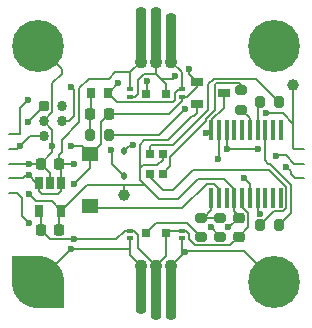
<source format=gtl>
%TF.GenerationSoftware,KiCad,Pcbnew,9.0.2*%
%TF.CreationDate,2026-02-09T05:43:33+00:00*%
%TF.ProjectId,kicad_rgb_module,6b696361-645f-4726-9762-5f6d6f64756c,0.1*%
%TF.SameCoordinates,PX518a060PY47868c0*%
%TF.FileFunction,Copper,L1,Top*%
%TF.FilePolarity,Positive*%
%FSLAX46Y46*%
G04 Gerber Fmt 4.6, Leading zero omitted, Abs format (unit mm)*
G04 Created by KiCad (PCBNEW 9.0.2) date 2026-02-09 05:43:33*
%MOMM*%
%LPD*%
G01*
G04 APERTURE LIST*
G04 Aperture macros list*
%AMRoundRect*
0 Rectangle with rounded corners*
0 $1 Rounding radius*
0 $2 $3 $4 $5 $6 $7 $8 $9 X,Y pos of 4 corners*
0 Add a 4 corners polygon primitive as box body*
4,1,4,$2,$3,$4,$5,$6,$7,$8,$9,$2,$3,0*
0 Add four circle primitives for the rounded corners*
1,1,$1+$1,$2,$3*
1,1,$1+$1,$4,$5*
1,1,$1+$1,$6,$7*
1,1,$1+$1,$8,$9*
0 Add four rect primitives between the rounded corners*
20,1,$1+$1,$2,$3,$4,$5,0*
20,1,$1+$1,$4,$5,$6,$7,0*
20,1,$1+$1,$6,$7,$8,$9,0*
20,1,$1+$1,$8,$9,$2,$3,0*%
%AMFreePoly0*
4,1,31,1.555635,1.555635,1.655822,1.452117,1.831196,1.223566,1.975237,0.974078,2.085481,0.707925,2.160042,0.429659,2.197645,0.144041,2.197645,-0.144041,2.160042,-0.429659,2.085481,-0.707925,1.975237,-0.974078,1.831196,-1.223566,1.655822,-1.452117,1.555635,-1.555635,0.000000,-3.111270,-1.555635,-1.555635,-1.655822,-1.452117,-1.831196,-1.223566,-1.975237,-0.974078,-2.085481,-0.707925,
-2.160042,-0.429659,-2.197645,-0.144041,-2.197645,0.144041,-2.160042,0.429659,-2.085481,0.707925,-1.975237,0.974078,-1.831196,1.223566,-1.655822,1.452117,-1.555635,1.555635,0.000000,3.111270,1.555635,1.555635,1.555635,1.555635,$1*%
G04 Aperture macros list end*
%TA.AperFunction,FiducialPad,Local*%
%ADD10FreePoly0,225.000000*%
%TD*%
%TA.AperFunction,FiducialPad,Local*%
%ADD11C,4.400000*%
%TD*%
%TA.AperFunction,SMDPad,CuDef*%
%ADD12RoundRect,0.200000X-0.275000X0.200000X-0.275000X-0.200000X0.275000X-0.200000X0.275000X0.200000X0*%
%TD*%
%TA.AperFunction,SMDPad,CuDef*%
%ADD13RoundRect,0.225000X-0.225000X-0.250000X0.225000X-0.250000X0.225000X0.250000X-0.225000X0.250000X0*%
%TD*%
%TA.AperFunction,SMDPad,CuDef*%
%ADD14R,0.700000X1.000000*%
%TD*%
%TA.AperFunction,SMDPad,CuDef*%
%ADD15C,0.125000*%
%TD*%
%TA.AperFunction,ComponentPad*%
%ADD16RoundRect,0.172720X0.259080X-0.259080X0.259080X0.259080X-0.259080X0.259080X-0.259080X-0.259080X0*%
%TD*%
%TA.AperFunction,ComponentPad*%
%ADD17C,0.863600*%
%TD*%
%TA.AperFunction,SMDPad,CuDef*%
%ADD18R,0.700000X0.800000*%
%TD*%
%TA.AperFunction,SMDPad,CuDef*%
%ADD19RoundRect,0.225000X-0.250000X0.225000X-0.250000X-0.225000X0.250000X-0.225000X0.250000X0.225000X0*%
%TD*%
%TA.AperFunction,SMDPad,CuDef*%
%ADD20O,0.360000X1.740000*%
%TD*%
%TA.AperFunction,SMDPad,CuDef*%
%ADD21R,0.800000X0.800000*%
%TD*%
%TA.AperFunction,SMDPad,CuDef*%
%ADD22R,0.800000X0.860000*%
%TD*%
%TA.AperFunction,SMDPad,CuDef*%
%ADD23RoundRect,0.225000X0.225000X0.250000X-0.225000X0.250000X-0.225000X-0.250000X0.225000X-0.250000X0*%
%TD*%
%TA.AperFunction,SMDPad,CuDef*%
%ADD24R,0.550000X0.350000*%
%TD*%
%TA.AperFunction,ComponentPad*%
%ADD25C,4.400000*%
%TD*%
%TA.AperFunction,SMDPad,CuDef*%
%ADD26RoundRect,0.350100X-0.099900X-1.924900X0.099900X-1.924900X0.099900X1.924900X-0.099900X1.924900X0*%
%TD*%
%TA.AperFunction,ComponentPad*%
%ADD27C,1.100000*%
%TD*%
%TA.AperFunction,ComponentPad*%
%ADD28C,0.600000*%
%TD*%
%TA.AperFunction,SMDPad,CuDef*%
%ADD29RoundRect,0.350100X-0.099900X-2.174900X0.099900X-2.174900X0.099900X2.174900X-0.099900X2.174900X0*%
%TD*%
%TA.AperFunction,SMDPad,CuDef*%
%ADD30RoundRect,0.200000X-0.200000X-0.275000X0.200000X-0.275000X0.200000X0.275000X-0.200000X0.275000X0*%
%TD*%
%TA.AperFunction,SMDPad,CuDef*%
%ADD31RoundRect,0.200000X0.200000X0.275000X-0.200000X0.275000X-0.200000X-0.275000X0.200000X-0.275000X0*%
%TD*%
%TA.AperFunction,SMDPad,CuDef*%
%ADD32RoundRect,0.112500X0.112500X-0.187500X0.112500X0.187500X-0.112500X0.187500X-0.112500X-0.187500X0*%
%TD*%
%TA.AperFunction,SMDPad,CuDef*%
%ADD33R,1.000000X0.800000*%
%TD*%
%TA.AperFunction,SMDPad,CuDef*%
%ADD34C,1.000000*%
%TD*%
%TA.AperFunction,SMDPad,CuDef*%
%ADD35R,1.360000X1.230000*%
%TD*%
%TA.AperFunction,SMDPad,CuDef*%
%ADD36RoundRect,0.350100X0.099900X1.924900X-0.099900X1.924900X-0.099900X-1.924900X0.099900X-1.924900X0*%
%TD*%
%TA.AperFunction,SMDPad,CuDef*%
%ADD37RoundRect,0.350100X0.099900X2.174900X-0.099900X2.174900X-0.099900X-2.174900X0.099900X-2.174900X0*%
%TD*%
%TA.AperFunction,ViaPad*%
%ADD38C,0.600000*%
%TD*%
%TA.AperFunction,Conductor*%
%ADD39C,0.200000*%
%TD*%
G04 APERTURE END LIST*
D10*
%TO.P,MH1,MH1,MH1*%
%TO.N,/JD_DATA*%
X-10000000Y-10000000D03*
D11*
X-10000000Y-10000000D03*
%TD*%
D12*
%TO.P,R2,1*%
%TO.N,/JD_STATUS*%
X3800000Y-4575000D03*
%TO.P,R2,2*%
%TO.N,Net-(D6-Pad1)*%
X3800000Y-6225000D03*
%TD*%
D13*
%TO.P,C1,1*%
%TO.N,Net-(C1-Pad1)*%
X-5575000Y4200000D03*
%TO.P,C1,2*%
%TO.N,GND*%
X-4025000Y4200000D03*
%TD*%
D14*
%TO.P,U2,1,IN*%
%TO.N,JD_PWR*%
X-8050000Y-1600000D03*
%TO.P,U2,2,GND*%
%TO.N,GND*%
X-9000000Y-1600000D03*
%TO.P,U2,3,EN*%
%TO.N,JD_PWR*%
X-9950000Y-1600000D03*
%TO.P,U2,4,N/C*%
%TO.N,GND*%
X-9950000Y-4000000D03*
%TO.P,U2,5,OUT*%
%TO.N,+3V3*%
X-8050000Y-4000000D03*
%TD*%
D15*
%TO.P,GS4,1,RESET*%
%TO.N,/nRESET-SAFE*%
X-12500000Y1250000D03*
%TD*%
%TO.P,GS1,1,GND*%
%TO.N,GND*%
X-12500000Y0D03*
%TD*%
D16*
%TO.P,J1,1*%
%TO.N,+3V3*%
X-9523900Y4870000D03*
D17*
%TO.P,J1,2*%
%TO.N,/SWDIO*%
X-7949100Y4870000D03*
%TO.P,J1,3*%
%TO.N,GND*%
X-9523900Y3600000D03*
%TO.P,J1,4*%
%TO.N,/SWCLK*%
X-7949100Y3600000D03*
%TO.P,J1,5*%
%TO.N,/nRESET-SAFE*%
X-9523900Y2330000D03*
%TD*%
D18*
%TO.P,D8,1,R*%
%TO.N,Net-(D8-R)*%
X-550000Y-850000D03*
%TO.P,D8,2,B*%
%TO.N,Net-(D8-B)*%
X-550000Y850000D03*
%TO.P,D8,3*%
%TO.N,+3V3*%
X550000Y850000D03*
%TO.P,D8,4,G*%
%TO.N,Net-(D8-G)*%
X550000Y-850000D03*
%TD*%
D19*
%TO.P,C2,1*%
%TO.N,+3V3*%
X7000000Y-4625000D03*
%TO.P,C2,2*%
%TO.N,GND*%
X7000000Y-6175000D03*
%TD*%
D20*
%TO.P,U1,1,PB7/PB8*%
%TO.N,/JD_STATUS*%
X4670000Y-2870000D03*
%TO.P,U1,2,PB9/PC14-OSC32_IN*%
%TO.N,/nFLASH*%
X5320000Y-2870000D03*
%TO.P,U1,3,PC15-OSC32_OUT*%
%TO.N,unconnected-(U1-PC15-OSC32_OUT-Pad3)*%
X5970000Y-2870000D03*
%TO.P,U1,4,VDD/VDDA*%
%TO.N,+3V3*%
X6620000Y-2870000D03*
%TO.P,U1,5,VSS/VSSA*%
%TO.N,GND*%
X7280000Y-2870000D03*
%TO.P,U1,6,NRST*%
%TO.N,/nRESET*%
X7930000Y-2870000D03*
%TO.P,U1,7,PA0*%
%TO.N,/SERIAL*%
X8580000Y-2870000D03*
%TO.P,U1,8,PA1*%
%TO.N,unconnected-(U1-PA1-Pad8)*%
X9230000Y-2870000D03*
%TO.P,U1,9,PA2*%
%TO.N,unconnected-(U1-PA2-Pad9)*%
X9880000Y-2870000D03*
%TO.P,U1,10,PA3*%
%TO.N,unconnected-(U1-PA3-Pad10)*%
X10530000Y-2870000D03*
%TO.P,U1,11,PA4*%
%TO.N,unconnected-(U1-PA4-Pad11)*%
X10530000Y2870000D03*
%TO.P,U1,12,PA5*%
%TO.N,unconnected-(U1-PA5-Pad12)*%
X9880000Y2870000D03*
%TO.P,U1,13,PA6*%
%TO.N,/RGB_R*%
X9230000Y2870000D03*
%TO.P,U1,14,PA7*%
%TO.N,/RGB_B*%
X8580000Y2870000D03*
%TO.P,U1,15,PB0/PB1/PB2/PA8*%
%TO.N,/RGB_G*%
X7930000Y2870000D03*
%TO.P,U1,16,PA11[PA9]*%
%TO.N,unconnected-(U1-PA11[PA9]-Pad16)*%
X7280000Y2870000D03*
%TO.P,U1,17,PA12[PA10]*%
%TO.N,unconnected-(U1-PA12[PA10]-Pad17)*%
X6620000Y2870000D03*
%TO.P,U1,18,PA13*%
%TO.N,/SWDIO*%
X5970000Y2870000D03*
%TO.P,U1,19,PA15/PA14-BOOT0*%
%TO.N,/SWCLK*%
X5320000Y2870000D03*
%TO.P,U1,20,PB3/PB4/PB5/PB6*%
%TO.N,/JD_DATA_MCU*%
X4670000Y2870000D03*
%TD*%
D21*
%TO.P,D7,1*%
%TO.N,Net-(D7-Pad1)*%
X-850000Y5900000D03*
%TO.P,D7,2*%
%TO.N,GND*%
X850000Y5900000D03*
%TD*%
D22*
%TO.P,FB1,1*%
%TO.N,/JD_DATA*%
X-4100000Y6000000D03*
%TO.P,FB1,2*%
%TO.N,Net-(C1-Pad1)*%
X-5500000Y6000000D03*
%TD*%
D23*
%TO.P,C4,1*%
%TO.N,+3V3*%
X-8225000Y-5600000D03*
%TO.P,C4,2*%
%TO.N,GND*%
X-9775000Y-5600000D03*
%TD*%
D15*
%TO.P,GS5,1,SWCLK*%
%TO.N,/SWCLK*%
X-12500000Y2500000D03*
%TD*%
D24*
%TO.P,D3,1,1*%
%TO.N,/JD_DATA*%
X-2200000Y-6320000D03*
%TO.P,D3,2,2*%
%TO.N,GND*%
X-2200000Y-5680000D03*
%TD*%
D15*
%TO.P,GS3,1,JD_PWR*%
%TO.N,JD_PWR*%
X-12500000Y-1250000D03*
%TD*%
D25*
%TO.P,MH3,MH3,MH3*%
%TO.N,JD_PWR*%
X10000000Y-10000000D03*
%TD*%
D21*
%TO.P,D6,1*%
%TO.N,Net-(D6-Pad1)*%
X-850000Y-5900000D03*
%TO.P,D6,2*%
%TO.N,GND*%
X850000Y-5900000D03*
%TD*%
D26*
%TO.P,EC2,1,JD_DATA*%
%TO.N,/JD_DATA*%
X1270000Y10475000D03*
D27*
X1270000Y8650000D03*
D28*
%TO.P,EC2,2,GND*%
%TO.N,GND*%
X0Y11525000D03*
D29*
X0Y10725000D03*
D27*
X0Y8650000D03*
D29*
%TO.P,EC2,3,JD_PWR*%
%TO.N,JD_PWR*%
X-1270000Y10725000D03*
D27*
X-1270000Y8650000D03*
%TD*%
D12*
%TO.P,R6,1*%
%TO.N,Net-(D8-G)*%
X7200000Y6225000D03*
%TO.P,R6,2*%
%TO.N,/RGB_G*%
X7200000Y4575000D03*
%TD*%
D24*
%TO.P,D4,1,1*%
%TO.N,JD_PWR*%
X-2200000Y6320000D03*
%TO.P,D4,2,2*%
%TO.N,GND*%
X-2200000Y5680000D03*
%TD*%
D30*
%TO.P,R4,1*%
%TO.N,Net-(D8-R)*%
X8775000Y-5200000D03*
%TO.P,R4,2*%
%TO.N,/RGB_R*%
X10425000Y-5200000D03*
%TD*%
D24*
%TO.P,D5,1,1*%
%TO.N,/JD_DATA*%
X2200000Y6320000D03*
%TO.P,D5,2,2*%
%TO.N,GND*%
X2200000Y5680000D03*
%TD*%
D31*
%TO.P,R5,1*%
%TO.N,Net-(D8-B)*%
X10425000Y5200000D03*
%TO.P,R5,2*%
%TO.N,/RGB_B*%
X8775000Y5200000D03*
%TD*%
D32*
%TO.P,D9,1,K*%
%TO.N,/nRESET-SAFE*%
X-2750000Y-1050000D03*
%TO.P,D9,2,A*%
%TO.N,/nRESET*%
X-2750000Y1050000D03*
%TD*%
D15*
%TO.P,GS2,1,JD_DATA*%
%TO.N,/JD_DATA*%
X-12500000Y-2500000D03*
%TD*%
D33*
%TO.P,D1,1,A*%
%TO.N,GND*%
X3450000Y6950000D03*
%TO.P,D1,2,C*%
%TO.N,+3V3*%
X3450000Y5050000D03*
%TO.P,D1,3,A/C*%
%TO.N,/JD_DATA_MCU*%
X5750000Y6000000D03*
%TD*%
D30*
%TO.P,R1,1*%
%TO.N,Net-(C1-Pad1)*%
X-5625000Y2400000D03*
%TO.P,R1,2*%
%TO.N,/JD_DATA_MCU*%
X-3975000Y2400000D03*
%TD*%
D15*
%TO.P,GS8,1,SERIAL*%
%TO.N,/SERIAL*%
X12500000Y1250000D03*
%TD*%
%TO.P,GS7,1,3V3*%
%TO.N,+3V3*%
X12500000Y0D03*
%TD*%
D34*
%TO.P,TP2,1,1*%
%TO.N,/SERIAL*%
X11600000Y6650000D03*
%TD*%
%TO.P,TP1,1,1*%
%TO.N,+3V3*%
X-2750000Y-2650000D03*
%TD*%
D25*
%TO.P,MH4,MH4,MH4*%
%TO.N,GND*%
X10000000Y10000000D03*
%TD*%
%TO.P,MH2,MH2,MH2*%
%TO.N,GND*%
X-10000000Y10000000D03*
%TD*%
D35*
%TO.P,SW1,1,1*%
%TO.N,/nFLASH*%
X-5600000Y-3580000D03*
%TO.P,SW1,2,2*%
%TO.N,GND*%
X-5600000Y780000D03*
%TD*%
D36*
%TO.P,EC1,1,JD_DATA*%
%TO.N,/JD_DATA*%
X-1270000Y-10475000D03*
D27*
X-1270000Y-8650000D03*
D28*
%TO.P,EC1,2,GND*%
%TO.N,GND*%
X0Y-11525000D03*
D37*
X0Y-10725000D03*
D27*
X0Y-8650000D03*
D37*
%TO.P,EC1,3,JD_PWR*%
%TO.N,JD_PWR*%
X1270000Y-10725000D03*
D27*
X1270000Y-8650000D03*
%TD*%
D24*
%TO.P,D2,1,1*%
%TO.N,JD_PWR*%
X2200000Y-6320000D03*
%TO.P,D2,2,2*%
%TO.N,GND*%
X2200000Y-5680000D03*
%TD*%
D23*
%TO.P,C3,1*%
%TO.N,JD_PWR*%
X-8225000Y0D03*
%TO.P,C3,2*%
%TO.N,GND*%
X-9775000Y0D03*
%TD*%
D12*
%TO.P,R3,1*%
%TO.N,/JD_STATUS*%
X5400000Y-4575000D03*
%TO.P,R3,2*%
%TO.N,Net-(D7-Pad1)*%
X5400000Y-6225000D03*
%TD*%
D15*
%TO.P,GS6,1,SWDIO~^*%
%TO.N,/SWDIO*%
X12500000Y-1250000D03*
%TD*%
D38*
%TO.N,+3V3*%
X10100000Y650000D03*
%TO.N,/SERIAL*%
X9300000Y4250000D03*
%TO.N,GND*%
X1600000Y7400000D03*
X-10750000Y0D03*
X-8791100Y1500000D03*
X-7250000Y1500000D03*
X2800000Y8000000D03*
X-7000000Y-6376000D03*
X-7000000Y-1750000D03*
%TO.N,+3V3*%
X-10800000Y-2600000D03*
X6100000Y-5400000D03*
X-10896950Y3496950D03*
%TO.N,/SWDIO*%
X11000000Y-250000D03*
X8629269Y1201000D03*
X6000000Y1200000D03*
%TO.N,/SWCLK*%
X-10875000Y5375000D03*
X-7250000Y6500000D03*
X5200000Y400000D03*
%TO.N,/nRESET*%
X-2000000Y1610451D03*
X7400000Y-1200000D03*
%TO.N,/SERIAL*%
X8813804Y-4225000D03*
%TO.N,JD_PWR*%
X-10800000Y-1000000D03*
X-7000000Y0D03*
X2460000Y-7460000D03*
%TO.N,/JD_DATA*%
X-10797802Y-5000000D03*
X-7200000Y-7200000D03*
X-3200000Y6800000D03*
%TO.N,/JD_DATA_MCU*%
X2400000Y4600000D03*
X4224265Y2624265D03*
%TO.N,Net-(D7-Pad1)*%
X4600000Y-5400000D03*
X-800000Y7000000D03*
%TO.N,/nRESET-SAFE*%
X-11500000Y1500000D03*
X-3852825Y1135875D03*
%TD*%
D39*
%TO.N,/JD_DATA_MCU*%
X4470000Y2870000D02*
X4670000Y2870000D01*
X4224265Y2624265D02*
X4470000Y2870000D01*
%TO.N,/SERIAL*%
X8580000Y-3980000D02*
X8580000Y-2870000D01*
X8813804Y-4213804D02*
X8580000Y-3980000D01*
X8813804Y-4225000D02*
X8813804Y-4213804D01*
%TO.N,+3V3*%
X6975000Y-4625000D02*
X6200000Y-5400000D01*
X6200000Y-5400000D02*
X6100000Y-5400000D01*
%TO.N,Net-(D7-Pad1)*%
X5400000Y-6200000D02*
X5400000Y-6225000D01*
X4600000Y-5400000D02*
X5400000Y-6200000D01*
%TO.N,+3V3*%
X11700000Y0D02*
X12500000Y0D01*
X11000000Y700000D02*
X11700000Y0D01*
X10250000Y700000D02*
X11000000Y700000D01*
X10250000Y500000D02*
X10250000Y700000D01*
X10100000Y650000D02*
X10250000Y500000D01*
%TO.N,/SWDIO*%
X6000000Y1200000D02*
X8628269Y1200000D01*
X8628269Y1200000D02*
X8629269Y1201000D01*
%TO.N,/SERIAL*%
X11700000Y1250000D02*
X11600000Y1350000D01*
X11600000Y1350000D02*
X11600000Y6650000D01*
X12500000Y1250000D02*
X11700000Y1250000D01*
X9300000Y4250000D02*
X10700000Y4250000D01*
X10700000Y4250000D02*
X11600000Y3350000D01*
%TO.N,GND*%
X-4676000Y1704000D02*
X-4676000Y3549000D01*
X-7250000Y1500000D02*
X-6320000Y1500000D01*
X-8791100Y4332800D02*
X-9523900Y3600000D01*
X-7000000Y-6376000D02*
X-8999000Y-6376000D01*
X2200000Y5680000D02*
X2612000Y5680000D01*
X2612000Y5680000D02*
X3450000Y6518000D01*
X3450000Y6950000D02*
X2800000Y7600000D01*
X6249000Y-6926000D02*
X3311936Y-6926000D01*
X-1551000Y-6049000D02*
X-1551000Y-7099000D01*
X-9000000Y-775000D02*
X-9775000Y0D01*
X1070000Y-5680000D02*
X2200000Y-5680000D01*
X2480000Y-5680000D02*
X2200000Y-5680000D01*
X-10000000Y10000000D02*
X-8000000Y8000000D01*
X-10200000Y-4000000D02*
X-9950000Y-4000000D01*
X400000Y7200000D02*
X1400000Y7200000D01*
X-3371000Y-6376000D02*
X-7000000Y-6376000D01*
X-5600000Y-350000D02*
X-7000000Y-1750000D01*
X1095000Y4200000D02*
X2200000Y5305000D01*
X-8000000Y8000000D02*
X-8000000Y7591100D01*
X2200000Y5305000D02*
X2200000Y5680000D01*
X-10000000Y10000000D02*
X-11002000Y8998000D01*
X-9775000Y-4175000D02*
X-9950000Y-4000000D01*
X850000Y-7800000D02*
X850000Y-5900000D01*
X-5600000Y780000D02*
X-5600000Y-350000D01*
X850000Y-5900000D02*
X1070000Y-5680000D01*
X-8000000Y7591100D02*
X-8791100Y6800000D01*
X3311936Y-6926000D02*
X2776000Y-6390064D01*
X-8791100Y2867200D02*
X-9523900Y3600000D01*
X-1049943Y7600000D02*
X0Y7600000D01*
X7280000Y-3679890D02*
X7776000Y-4175890D01*
X-4676000Y3549000D02*
X-4025000Y4200000D01*
X2776000Y-5976000D02*
X2480000Y-5680000D01*
X-1551000Y5917000D02*
X-1551000Y7098943D01*
X7280000Y-2870000D02*
X7280000Y-3679890D01*
X-5600000Y780000D02*
X-4676000Y1704000D01*
X-8791100Y6800000D02*
X-8791100Y6000000D01*
X-8791100Y6000000D02*
X-8791100Y4332800D01*
X0Y8650000D02*
X0Y7600000D01*
X400000Y7200000D02*
X850000Y6750000D01*
X-9000000Y-1600000D02*
X-9000000Y-775000D01*
X-9775000Y0D02*
X-8791100Y983900D01*
X-8791100Y1500000D02*
X-8791100Y2867200D01*
X-2200000Y-5680000D02*
X-2675000Y-5680000D01*
X2776000Y-6390064D02*
X2776000Y-5976000D01*
X-1920000Y-5680000D02*
X-1551000Y-6049000D01*
X0Y7600000D02*
X400000Y7200000D01*
X-2200000Y-5680000D02*
X-1920000Y-5680000D01*
X-10750000Y0D02*
X-12500000Y0D01*
X-4025000Y4200000D02*
X1095000Y4200000D01*
X-2675000Y-5680000D02*
X-3371000Y-6376000D01*
X-1551000Y-7099000D02*
X0Y-8650000D01*
X7776000Y-4175890D02*
X7776000Y-5399000D01*
X-8791100Y983900D02*
X-8791100Y1500000D01*
X7776000Y-5399000D02*
X7000000Y-6175000D01*
X-1551000Y7098943D02*
X-1049943Y7600000D01*
X-9775000Y0D02*
X-10750000Y0D01*
X-9775000Y-5600000D02*
X-9775000Y-4175000D01*
X1400000Y7200000D02*
X1600000Y7400000D01*
X7000000Y-6175000D02*
X6249000Y-6926000D01*
X-8999000Y-6376000D02*
X-9775000Y-5600000D01*
X850000Y6750000D02*
X850000Y5900000D01*
X0Y-8650000D02*
X850000Y-7800000D01*
X-4100000Y4275000D02*
X-4025000Y4200000D01*
X-1788000Y5680000D02*
X-1551000Y5917000D01*
X2800000Y7600000D02*
X2800000Y8000000D01*
X-6320000Y1500000D02*
X-5600000Y780000D01*
X-2200000Y5680000D02*
X-1788000Y5680000D01*
X3450000Y6518000D02*
X3450000Y6750000D01*
%TO.N,+3V3*%
X-1400000Y-1352000D02*
X-1400000Y-400000D01*
X6620000Y-2870000D02*
X6620000Y-4045000D01*
X-2750000Y-2650000D02*
X-2750000Y-1826000D01*
X6620000Y-4045000D02*
X7200000Y-4625000D01*
X-1149000Y-149000D02*
X51000Y-149000D01*
X-8850000Y-3200000D02*
X-8050000Y-4000000D01*
X-5826000Y-1776000D02*
X-8050000Y-4000000D01*
X3502000Y-1298000D02*
X1800000Y-3000000D01*
X3450000Y4850000D02*
X3450000Y4250000D01*
X-976000Y-1776000D02*
X-1400000Y-1352000D01*
X-10200000Y-3200000D02*
X-8850000Y-3200000D01*
X3200000Y4000000D02*
X3000000Y4000000D01*
X-976000Y-1776000D02*
X-2700000Y-1776000D01*
X-2800000Y-1776000D02*
X-5826000Y-1776000D01*
X3000000Y4000000D02*
X1000000Y2000000D01*
X1000000Y2000000D02*
X-1000000Y2000000D01*
X-8225000Y-5600000D02*
X-8225000Y-4175000D01*
X-1400000Y1600000D02*
X-1400000Y-400000D01*
X-10800000Y-2600000D02*
X-10200000Y-3200000D01*
X-2750000Y-1826000D02*
X-2800000Y-1776000D01*
X5768237Y-1298000D02*
X3502000Y-1298000D01*
X3450000Y4250000D02*
X3200000Y4000000D01*
X6620000Y-2149763D02*
X5768237Y-1298000D01*
X550000Y350000D02*
X550000Y850000D01*
X6620000Y-2870000D02*
X6620000Y-2149763D01*
X1800000Y-3000000D02*
X248000Y-3000000D01*
X51000Y-149000D02*
X550000Y350000D01*
X-9523900Y4870000D02*
X-10896950Y3496950D01*
X248000Y-3000000D02*
X-976000Y-1776000D01*
X-2700000Y-1776000D02*
X-2800000Y-1776000D01*
X-8225000Y-4175000D02*
X-8050000Y-4000000D01*
X-1000000Y2000000D02*
X-1400000Y1600000D01*
X-1400000Y-400000D02*
X-1149000Y-149000D01*
%TO.N,Net-(C1-Pad1)*%
X-5500000Y4275000D02*
X-5575000Y4200000D01*
X-5575000Y2450000D02*
X-5625000Y2400000D01*
X-5500000Y6000000D02*
X-5500000Y4275000D01*
X-5575000Y4200000D02*
X-5575000Y2450000D01*
%TO.N,/SWDIO*%
X6000000Y2840000D02*
X5970000Y2870000D01*
X11000000Y-250000D02*
X11400000Y-650000D01*
X6000000Y1200000D02*
X6000000Y2840000D01*
X11750000Y-1250000D02*
X12500000Y-1250000D01*
X11400000Y-900000D02*
X11750000Y-1250000D01*
X11400000Y-650000D02*
X11400000Y-900000D01*
%TO.N,/SWCLK*%
X-7000000Y6250000D02*
X-7250000Y6500000D01*
X5200000Y400000D02*
X5320000Y520000D01*
X-7400000Y3600000D02*
X-7000000Y4000000D01*
X5320000Y520000D02*
X5320000Y2870000D01*
X-7949100Y3600000D02*
X-7400000Y3600000D01*
X-11500000Y4750000D02*
X-11500000Y2500000D01*
X-10875000Y5375000D02*
X-11500000Y4750000D01*
X-7000000Y4000000D02*
X-7000000Y6250000D01*
X-11500000Y2500000D02*
X-12500000Y2500000D01*
%TO.N,/nRESET*%
X-2000000Y1610451D02*
X-2019618Y1610451D01*
X7930000Y-2870000D02*
X7930000Y-1730000D01*
X-2019618Y1610451D02*
X-2130069Y1500000D01*
X-2130069Y1500000D02*
X-2300000Y1500000D01*
X7930000Y-1730000D02*
X7400000Y-1200000D01*
X-2300000Y1500000D02*
X-2750000Y1050000D01*
%TO.N,/JD_STATUS*%
X4670000Y-2870000D02*
X4670000Y-3905000D01*
X4000000Y-4575000D02*
X5600000Y-4575000D01*
X4670000Y-3905000D02*
X4000000Y-4575000D01*
%TO.N,/nFLASH*%
X2220000Y-3780000D02*
X-5200000Y-3780000D01*
X4869237Y-1699000D02*
X4301000Y-1699000D01*
X4301000Y-1699000D02*
X2220000Y-3780000D01*
X5320000Y-2870000D02*
X5320000Y-2149763D01*
X5320000Y-2149763D02*
X4869237Y-1699000D01*
%TO.N,JD_PWR*%
X-6500000Y3500000D02*
X-8000000Y2000000D01*
X-8050000Y-2300000D02*
X-8050000Y-1600000D01*
X2200000Y-7720000D02*
X2200000Y-6320000D01*
X-2200000Y7720000D02*
X-3480000Y7720000D01*
X2520000Y-7400000D02*
X7000000Y-7400000D01*
X-10200000Y-1600000D02*
X-9950000Y-1600000D01*
X-10800000Y-1000000D02*
X-11000000Y-1000000D01*
X-10800000Y-1000000D02*
X-10200000Y-1600000D01*
X-7000000Y0D02*
X-8225000Y0D01*
X-2200000Y7720000D02*
X-1270000Y8650000D01*
X-8225000Y775000D02*
X-8225000Y0D01*
X-5732000Y7200000D02*
X-6500000Y6432000D01*
X2200000Y-7720000D02*
X2460000Y-7460000D01*
X-9650000Y-2600000D02*
X-8350000Y-2600000D01*
X7400000Y-7400000D02*
X10000000Y-10000000D01*
X-8000000Y2000000D02*
X-8000000Y1000000D01*
X-11000000Y-1000000D02*
X-11250000Y-1250000D01*
X-6500000Y6432000D02*
X-6500000Y3500000D01*
X-2200000Y6320000D02*
X-2200000Y7720000D01*
X-8000000Y1000000D02*
X-8225000Y775000D01*
X2460000Y-7460000D02*
X2520000Y-7400000D01*
X-8050000Y-175000D02*
X-8225000Y0D01*
X-3480000Y7720000D02*
X-4000000Y7200000D01*
X-11250000Y-1250000D02*
X-12500000Y-1250000D01*
X-8050000Y-1600000D02*
X-8050000Y-175000D01*
X-9950000Y-1600000D02*
X-9950000Y-2300000D01*
X-9950000Y-2300000D02*
X-9650000Y-2600000D01*
X1270000Y-8650000D02*
X2200000Y-7720000D01*
X7000000Y-7400000D02*
X7400000Y-7400000D01*
X-8350000Y-2600000D02*
X-8050000Y-2300000D01*
X-4000000Y7200000D02*
X-5732000Y7200000D01*
%TO.N,/JD_DATA*%
X-4000000Y6000000D02*
X-4100000Y6000000D01*
X-7200000Y-7200000D02*
X-10000000Y-10000000D01*
X-2200000Y-7720000D02*
X-2200000Y-7200000D01*
X1624000Y6024000D02*
X1920000Y6320000D01*
X-12500000Y-2500000D02*
X-11900000Y-2500000D01*
X-3299000Y5199000D02*
X1423000Y5199000D01*
X-11352430Y-4445372D02*
X-11352430Y-2897570D01*
X-11750000Y-2500000D02*
X-11899000Y-2500000D01*
X-1270000Y-8650000D02*
X-2200000Y-7720000D01*
X-4100000Y6000000D02*
X-3299000Y5199000D01*
X2200000Y7720000D02*
X2200000Y6320000D01*
X-2200000Y-7200000D02*
X-2200000Y-6320000D01*
X-10797802Y-5000000D02*
X-11352430Y-4445372D01*
X1423000Y5199000D02*
X1624000Y5400000D01*
X1920000Y6320000D02*
X2200000Y6320000D01*
X1270000Y8650000D02*
X2200000Y7720000D01*
X-11352430Y-2897570D02*
X-11750000Y-2500000D01*
X1624000Y5400000D02*
X1624000Y6024000D01*
X-3200000Y6800000D02*
X-4000000Y6000000D01*
X-2200000Y-7200000D02*
X-7200000Y-7200000D01*
%TO.N,/JD_DATA_MCU*%
X2400000Y4600000D02*
X200000Y2400000D01*
X200000Y2400000D02*
X-3975000Y2400000D01*
X4670000Y3670000D02*
X5750000Y4750000D01*
X4670000Y2870000D02*
X4670000Y3670000D01*
X5750000Y4750000D02*
X5750000Y5800000D01*
X-4025000Y2450000D02*
X-3975000Y2400000D01*
%TO.N,Net-(D6-Pad1)*%
X2600000Y-5000000D02*
X0Y-5000000D01*
X-850000Y-5900000D02*
X-850000Y-5850000D01*
X-850000Y-5850000D02*
X0Y-5000000D01*
X3825000Y-6225000D02*
X2600000Y-5000000D01*
X4000000Y-6225000D02*
X3825000Y-6225000D01*
X-850000Y-5950000D02*
X-850000Y-5900000D01*
%TO.N,Net-(D7-Pad1)*%
X-800000Y7000000D02*
X-800000Y5950000D01*
X-800000Y5950000D02*
X-850000Y5900000D01*
%TO.N,Net-(D8-B)*%
X4880900Y7200000D02*
X4400000Y6719100D01*
X-449000Y1551000D02*
X-550000Y1450000D01*
X4400000Y4537336D02*
X1413664Y1551000D01*
X10425000Y5200000D02*
X8425000Y7200000D01*
X8425000Y7200000D02*
X4880900Y7200000D01*
X4400000Y6719100D02*
X4400000Y4537336D01*
X-550000Y1450000D02*
X-550000Y850000D01*
X1413664Y1551000D02*
X-449000Y1551000D01*
%TO.N,Net-(D8-G)*%
X5048000Y6800000D02*
X4949000Y6701000D01*
X4470763Y4041000D02*
X4189000Y3759237D01*
X4949000Y4516100D02*
X4473900Y4041000D01*
X7025000Y6800000D02*
X5048000Y6800000D01*
X7200000Y6225000D02*
X6924000Y6501000D01*
X4189000Y3589000D02*
X1201000Y601000D01*
X1201000Y-199000D02*
X550000Y-850000D01*
X7200000Y6225000D02*
X7200000Y6625000D01*
X7200000Y6625000D02*
X7025000Y6800000D01*
X1201000Y601000D02*
X1201000Y-199000D01*
X4949000Y6701000D02*
X4949000Y4516100D01*
X4189000Y3759237D02*
X4189000Y3589000D01*
X4473900Y4041000D02*
X4470763Y4041000D01*
%TO.N,/RGB_R*%
X9230000Y270000D02*
X9230000Y2870000D01*
X9596336Y1000D02*
X9499000Y1000D01*
X10425000Y-5200000D02*
X11412000Y-4213000D01*
X9499000Y1000D02*
X9230000Y270000D01*
X11412000Y-1814664D02*
X9596336Y1000D01*
X11412000Y-4213000D02*
X11412000Y-1814664D01*
%TO.N,/RGB_B*%
X8580000Y5005000D02*
X8580000Y2870000D01*
X8775000Y5200000D02*
X8580000Y5005000D01*
%TO.N,/RGB_G*%
X7200000Y4575000D02*
X7930000Y3845000D01*
X7930000Y3845000D02*
X7930000Y2870000D01*
%TO.N,/nRESET-SAFE*%
X-10670000Y2330000D02*
X-11750000Y1250000D01*
X-9523900Y2330000D02*
X-10670000Y2330000D01*
X-3750000Y-50000D02*
X-2750000Y-1050000D01*
X-11750000Y1250000D02*
X-12500000Y1250000D01*
X-3852825Y1135875D02*
X-3750000Y1033050D01*
X-3750000Y1033050D02*
X-3750000Y-50000D01*
%TO.N,Net-(D8-R)*%
X548000Y-2200000D02*
X-550000Y-1102000D01*
X3100000Y-500000D02*
X1400000Y-2200000D01*
X11011000Y-3759237D02*
X11011000Y-1980762D01*
X1400000Y-2200000D02*
X548000Y-2200000D01*
X-550000Y-1102000D02*
X-550000Y-850000D01*
X10729237Y-4041000D02*
X11011000Y-3759237D01*
X9934000Y-4041000D02*
X10729237Y-4041000D01*
X11011000Y-1980762D02*
X9530238Y-500000D01*
X8775000Y-5200000D02*
X9934000Y-4041000D01*
X9530238Y-500000D02*
X3100000Y-500000D01*
%TD*%
M02*

</source>
